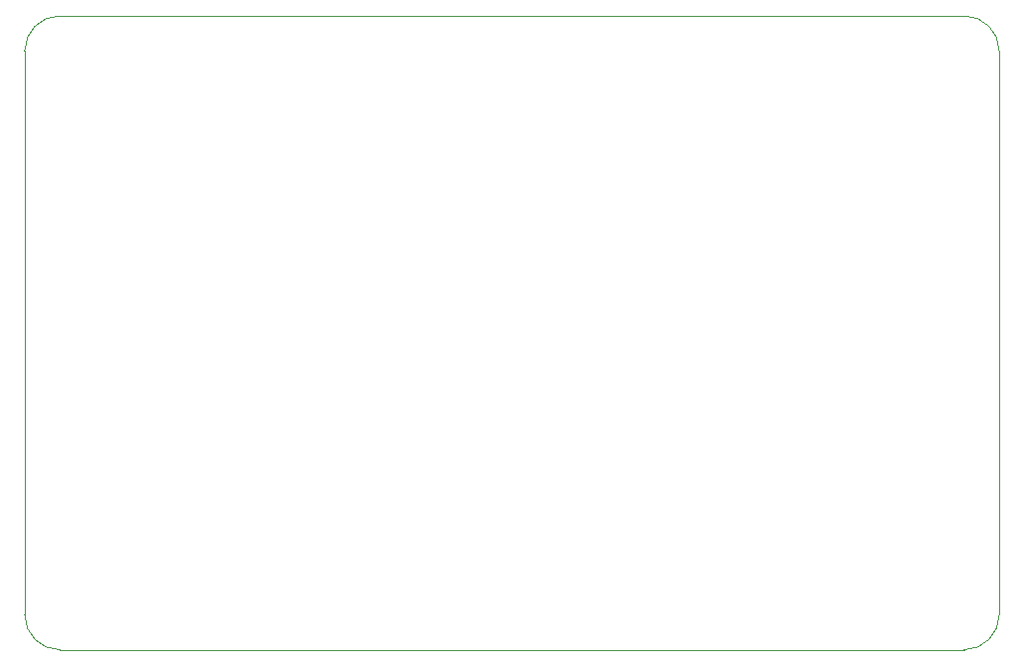
<source format=gm1>
%TF.GenerationSoftware,KiCad,Pcbnew,7.0.2-6a45011f42~172~ubuntu20.04.1*%
%TF.CreationDate,2023-07-24T18:38:05+02:00*%
%TF.ProjectId,pongCard,706f6e67-4361-4726-942e-6b696361645f,rev?*%
%TF.SameCoordinates,Original*%
%TF.FileFunction,Profile,NP*%
%FSLAX46Y46*%
G04 Gerber Fmt 4.6, Leading zero omitted, Abs format (unit mm)*
G04 Created by KiCad (PCBNEW 7.0.2-6a45011f42~172~ubuntu20.04.1) date 2023-07-24 18:38:05*
%MOMM*%
%LPD*%
G01*
G04 APERTURE LIST*
%TA.AperFunction,Profile*%
%ADD10C,0.050000*%
%TD*%
G04 APERTURE END LIST*
D10*
X63500000Y-60500000D02*
G75*
G03*
X60500000Y-63500000I0J-3000000D01*
G01*
X60500000Y-111500000D02*
G75*
G03*
X63500000Y-114500000I3000000J0D01*
G01*
X63500000Y-114500000D02*
X140500000Y-114500000D01*
X143500000Y-63500000D02*
G75*
G03*
X140500000Y-60500000I-3000000J0D01*
G01*
X140500000Y-114500000D02*
G75*
G03*
X143500000Y-111500000I0J3000000D01*
G01*
X143500000Y-63500000D02*
X143500000Y-111500000D01*
X63500000Y-60500000D02*
X140500000Y-60500000D01*
X60500000Y-63500000D02*
X60500000Y-111500000D01*
M02*

</source>
